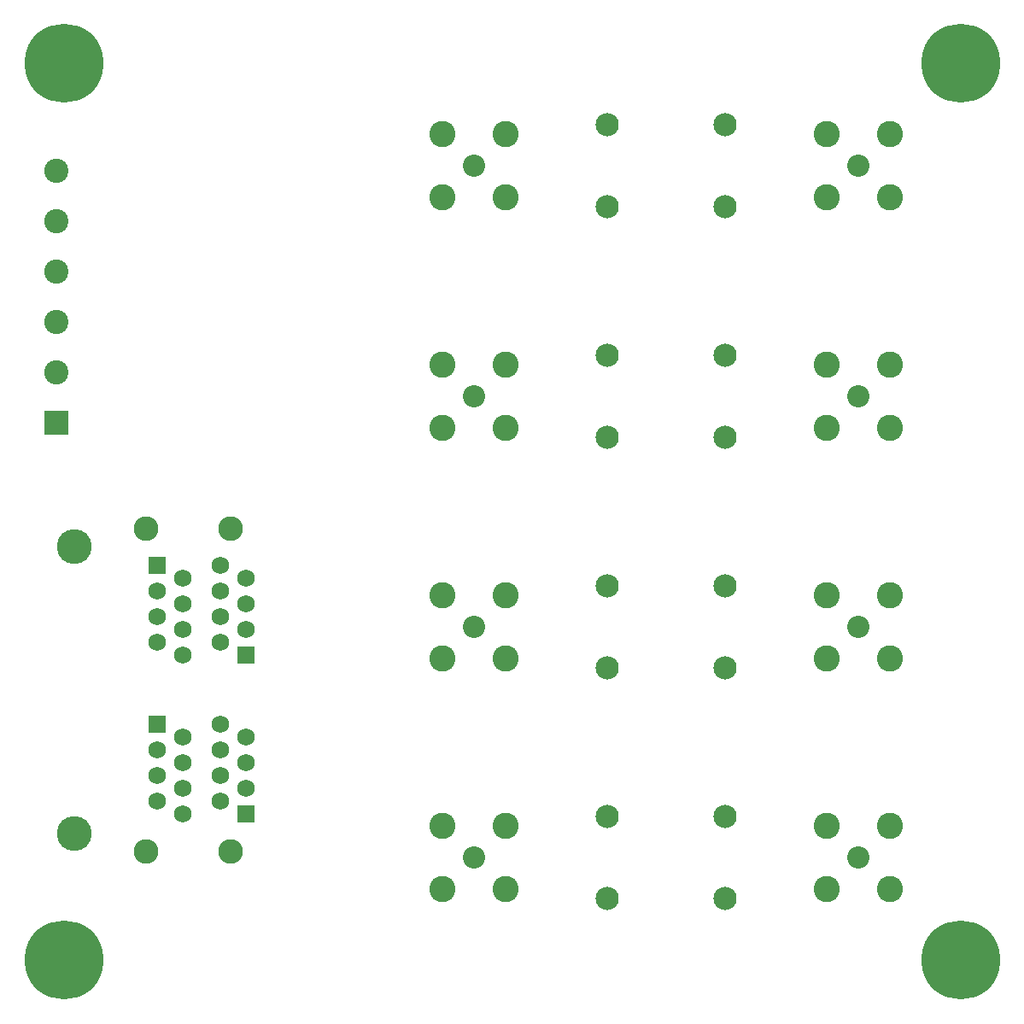
<source format=gbs>
G04*
G04 #@! TF.GenerationSoftware,Altium Limited,Altium Designer,19.1.8 (144)*
G04*
G04 Layer_Color=16711935*
%FSLAX25Y25*%
%MOIN*%
G70*
G01*
G75*
%ADD14C,0.06800*%
%ADD15C,0.08674*%
%ADD16C,0.10249*%
%ADD17C,0.09068*%
%ADD18C,0.03800*%
%ADD19C,0.30800*%
%ADD20C,0.09461*%
%ADD21R,0.09461X0.09461*%
%ADD22C,0.13595*%
%ADD23C,0.09658*%
%ADD24R,0.06800X0.06800*%
D14*
X191000Y207000D02*
D03*
X181000Y212000D02*
D03*
X191000Y187000D02*
D03*
Y197000D02*
D03*
X181000Y202000D02*
D03*
Y192000D02*
D03*
Y182000D02*
D03*
X156500D02*
D03*
Y192000D02*
D03*
Y202000D02*
D03*
X166500Y177000D02*
D03*
Y207000D02*
D03*
Y197000D02*
D03*
Y187000D02*
D03*
X191000Y249000D02*
D03*
Y259000D02*
D03*
Y269000D02*
D03*
X181000Y274000D02*
D03*
Y264000D02*
D03*
Y254000D02*
D03*
Y244000D02*
D03*
X156500D02*
D03*
Y254000D02*
D03*
Y264000D02*
D03*
X166500Y269000D02*
D03*
Y259000D02*
D03*
Y239000D02*
D03*
Y249000D02*
D03*
D15*
X430000Y430000D02*
D03*
Y340000D02*
D03*
Y250000D02*
D03*
Y160000D02*
D03*
X280000D02*
D03*
Y250000D02*
D03*
Y340000D02*
D03*
Y430000D02*
D03*
D16*
X417677Y442323D02*
D03*
X442323D02*
D03*
Y417677D02*
D03*
X417677D02*
D03*
Y352323D02*
D03*
X442323D02*
D03*
Y327677D02*
D03*
X417677D02*
D03*
Y262323D02*
D03*
X442323D02*
D03*
Y237677D02*
D03*
X417677D02*
D03*
Y172323D02*
D03*
X442323D02*
D03*
Y147677D02*
D03*
X417677D02*
D03*
X267677Y172323D02*
D03*
X292323D02*
D03*
Y147677D02*
D03*
X267677D02*
D03*
Y262323D02*
D03*
X292323D02*
D03*
Y237677D02*
D03*
X267677D02*
D03*
Y352323D02*
D03*
X292323D02*
D03*
Y327677D02*
D03*
X267677D02*
D03*
Y442323D02*
D03*
X292323D02*
D03*
Y417677D02*
D03*
X267677D02*
D03*
D17*
X378000Y144000D02*
D03*
Y234000D02*
D03*
Y324000D02*
D03*
Y414000D02*
D03*
Y176000D02*
D03*
Y266000D02*
D03*
Y356000D02*
D03*
Y446000D02*
D03*
X332000Y144000D02*
D03*
Y234000D02*
D03*
Y324000D02*
D03*
Y414000D02*
D03*
Y176000D02*
D03*
Y266000D02*
D03*
Y356000D02*
D03*
Y446000D02*
D03*
D18*
X129842Y125906D02*
D03*
X125906Y110158D02*
D03*
X110158Y114094D02*
D03*
X125906Y129842D02*
D03*
X129842Y114094D02*
D03*
X114094Y110158D02*
D03*
Y129842D02*
D03*
X110158Y125906D02*
D03*
X108750Y120000D02*
D03*
X120000Y108750D02*
D03*
X131250Y120000D02*
D03*
X120000Y131250D02*
D03*
X479843Y125906D02*
D03*
X475906Y110158D02*
D03*
X460157Y114094D02*
D03*
X475906Y129842D02*
D03*
X479843Y114094D02*
D03*
X464094Y110158D02*
D03*
Y129842D02*
D03*
X460157Y125906D02*
D03*
X458750Y120000D02*
D03*
X470000Y108750D02*
D03*
X481250Y120000D02*
D03*
X470000Y131250D02*
D03*
X479843Y475906D02*
D03*
X475906Y460157D02*
D03*
X460157Y464094D02*
D03*
X475906Y479843D02*
D03*
X479843Y464094D02*
D03*
X464094Y460157D02*
D03*
Y479843D02*
D03*
X460157Y475906D02*
D03*
X458750Y470000D02*
D03*
X470000Y458750D02*
D03*
X481250Y470000D02*
D03*
X470000Y481250D02*
D03*
X129842Y475906D02*
D03*
X125906Y460157D02*
D03*
X110158Y464094D02*
D03*
X125906Y479843D02*
D03*
X129842Y464094D02*
D03*
X114094Y460157D02*
D03*
Y479843D02*
D03*
X110158Y475906D02*
D03*
X108750Y470000D02*
D03*
X120000Y458750D02*
D03*
X131250Y470000D02*
D03*
X120000Y481250D02*
D03*
D19*
Y120000D02*
D03*
X470000D02*
D03*
Y470000D02*
D03*
X120000D02*
D03*
D20*
X117000Y408370D02*
D03*
Y428055D02*
D03*
Y388685D02*
D03*
Y369000D02*
D03*
Y349315D02*
D03*
D21*
Y329630D02*
D03*
D22*
X124000Y169500D02*
D03*
Y281500D02*
D03*
D23*
X185000Y288500D02*
D03*
X152000D02*
D03*
Y162500D02*
D03*
X185000D02*
D03*
D24*
X191000Y177000D02*
D03*
X156500Y212000D02*
D03*
X191000Y239000D02*
D03*
X156500Y274000D02*
D03*
M02*

</source>
